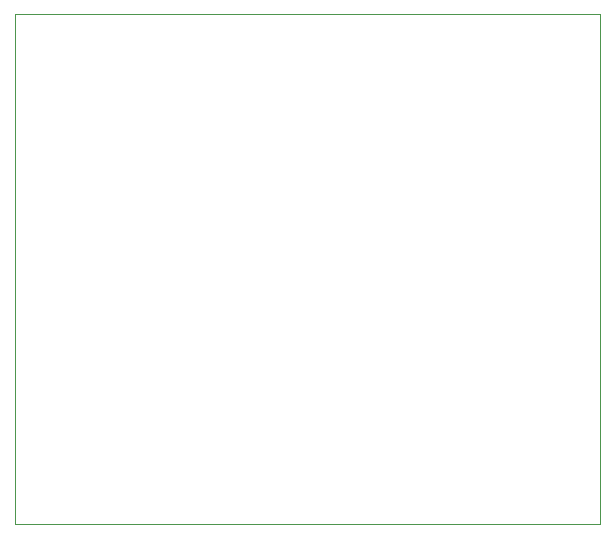
<source format=gbr>
G04 #@! TF.FileFunction,Profile,NP*
%FSLAX46Y46*%
G04 Gerber Fmt 4.6, Leading zero omitted, Abs format (unit mm)*
G04 Created by KiCad (PCBNEW 0.201505300414+5690~23~ubuntu14.04.1-product) date Sat 20 Jun 2015 09:37:00 PM PDT*
%MOMM*%
G01*
G04 APERTURE LIST*
%ADD10C,0.100000*%
G04 APERTURE END LIST*
D10*
X67310000Y-100330000D02*
X67310000Y-57150000D01*
X116840000Y-100330000D02*
X67310000Y-100330000D01*
X116840000Y-57150000D02*
X116840000Y-100330000D01*
X67310000Y-57150000D02*
X116840000Y-57150000D01*
M02*

</source>
